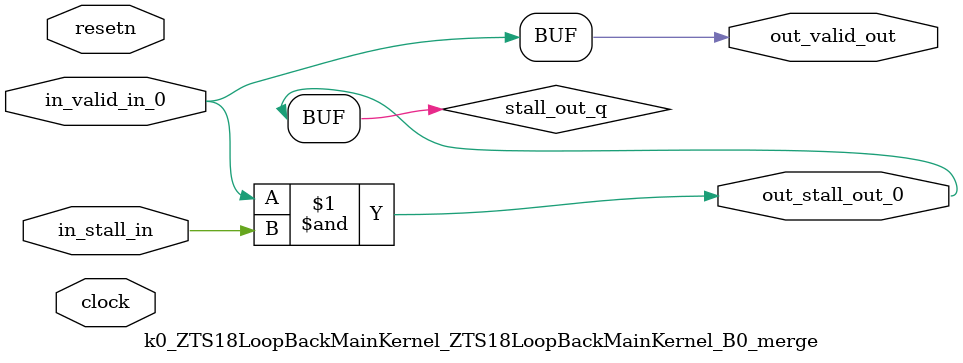
<source format=sv>



(* altera_attribute = "-name AUTO_SHIFT_REGISTER_RECOGNITION OFF; -name MESSAGE_DISABLE 10036; -name MESSAGE_DISABLE 10037; -name MESSAGE_DISABLE 14130; -name MESSAGE_DISABLE 14320; -name MESSAGE_DISABLE 15400; -name MESSAGE_DISABLE 14130; -name MESSAGE_DISABLE 10036; -name MESSAGE_DISABLE 12020; -name MESSAGE_DISABLE 12030; -name MESSAGE_DISABLE 12010; -name MESSAGE_DISABLE 12110; -name MESSAGE_DISABLE 14320; -name MESSAGE_DISABLE 13410; -name MESSAGE_DISABLE 113007; -name MESSAGE_DISABLE 10958" *)
module k0_ZTS18LoopBackMainKernel_ZTS18LoopBackMainKernel_B0_merge (
    input wire [0:0] in_stall_in,
    input wire [0:0] in_valid_in_0,
    output wire [0:0] out_stall_out_0,
    output wire [0:0] out_valid_out,
    input wire clock,
    input wire resetn
    );

    wire [0:0] stall_out_q;


    // stall_out(LOGICAL,6)
    assign stall_out_q = in_valid_in_0 & in_stall_in;

    // out_stall_out_0(GPOUT,4)
    assign out_stall_out_0 = stall_out_q;

    // out_valid_out(GPOUT,5)
    assign out_valid_out = in_valid_in_0;

endmodule

</source>
